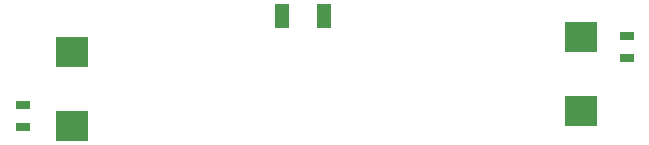
<source format=gbr>
G04 EAGLE Gerber RS-274X export*
G75*
%MOMM*%
%FSLAX34Y34*%
%LPD*%
%INSolderpaste Bottom*%
%IPPOS*%
%AMOC8*
5,1,8,0,0,1.08239X$1,22.5*%
G01*
%ADD10R,2.700000X2.550000*%
%ADD11R,1.200000X0.800000*%
%ADD12R,1.270000X2.060000*%


D10*
X237490Y307290D03*
X237490Y243890D03*
D11*
X195580Y243730D03*
X195580Y261730D03*
D12*
X450620Y337820D03*
X415520Y337820D03*
D10*
X668020Y256590D03*
X668020Y319990D03*
D11*
X707390Y320150D03*
X707390Y302150D03*
M02*

</source>
